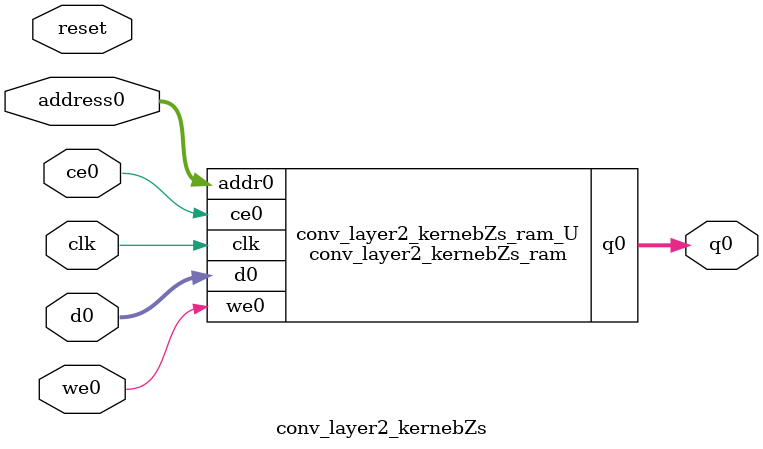
<source format=v>

`timescale 1 ns / 1 ps
module conv_layer2_kernebZs_ram (addr0, ce0, d0, we0, q0,  clk);

parameter DWIDTH = 24;
parameter AWIDTH = 4;
parameter MEM_SIZE = 16;

input[AWIDTH-1:0] addr0;
input ce0;
input[DWIDTH-1:0] d0;
input we0;
output reg[DWIDTH-1:0] q0;
input clk;

(* ram_style = "distributed" *)reg [DWIDTH-1:0] ram[0:MEM_SIZE-1];




always @(posedge clk)  
begin 
    if (ce0) 
    begin
        if (we0) 
        begin 
            ram[addr0] <= d0; 
            q0 <= d0;
        end 
        else 
            q0 <= ram[addr0];
    end
end


endmodule


`timescale 1 ns / 1 ps
module conv_layer2_kernebZs(
    reset,
    clk,
    address0,
    ce0,
    we0,
    d0,
    q0);

parameter DataWidth = 32'd24;
parameter AddressRange = 32'd16;
parameter AddressWidth = 32'd4;
input reset;
input clk;
input[AddressWidth - 1:0] address0;
input ce0;
input we0;
input[DataWidth - 1:0] d0;
output[DataWidth - 1:0] q0;



conv_layer2_kernebZs_ram conv_layer2_kernebZs_ram_U(
    .clk( clk ),
    .addr0( address0 ),
    .ce0( ce0 ),
    .we0( we0 ),
    .d0( d0 ),
    .q0( q0 ));

endmodule


</source>
